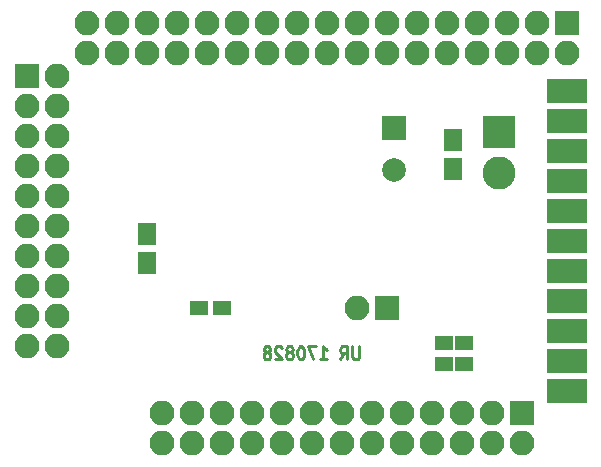
<source format=gbs>
G04 #@! TF.FileFunction,Soldermask,Bot*
%FSLAX46Y46*%
G04 Gerber Fmt 4.6, Leading zero omitted, Abs format (unit mm)*
G04 Created by KiCad (PCBNEW 4.0.6) date Mon Aug 28 16:48:00 2017*
%MOMM*%
%LPD*%
G01*
G04 APERTURE LIST*
%ADD10C,0.100000*%
%ADD11C,0.250000*%
%ADD12C,2.800000*%
%ADD13R,2.800000X2.800000*%
%ADD14R,3.400000X2.100000*%
%ADD15R,1.650000X1.900000*%
%ADD16R,1.600000X1.150000*%
%ADD17R,2.000000X2.000000*%
%ADD18C,2.000000*%
%ADD19R,2.100000X2.100000*%
%ADD20O,2.100000X2.100000*%
%ADD21R,0.900000X1.200000*%
%ADD22R,0.800000X1.200000*%
G04 APERTURE END LIST*
D10*
D11*
X160233810Y-123222619D02*
X160233810Y-124113095D01*
X160186191Y-124217857D01*
X160138572Y-124270238D01*
X160043334Y-124322619D01*
X159852857Y-124322619D01*
X159757619Y-124270238D01*
X159710000Y-124217857D01*
X159662381Y-124113095D01*
X159662381Y-123222619D01*
X158614762Y-124322619D02*
X158948096Y-123798810D01*
X159186191Y-124322619D02*
X159186191Y-123222619D01*
X158805238Y-123222619D01*
X158710000Y-123275000D01*
X158662381Y-123327381D01*
X158614762Y-123432143D01*
X158614762Y-123589286D01*
X158662381Y-123694048D01*
X158710000Y-123746429D01*
X158805238Y-123798810D01*
X159186191Y-123798810D01*
X156900476Y-124322619D02*
X157471905Y-124322619D01*
X157186191Y-124322619D02*
X157186191Y-123222619D01*
X157281429Y-123379762D01*
X157376667Y-123484524D01*
X157471905Y-123536905D01*
X156567143Y-123222619D02*
X155900476Y-123222619D01*
X156329048Y-124322619D01*
X155329048Y-123222619D02*
X155233809Y-123222619D01*
X155138571Y-123275000D01*
X155090952Y-123327381D01*
X155043333Y-123432143D01*
X154995714Y-123641667D01*
X154995714Y-123903571D01*
X155043333Y-124113095D01*
X155090952Y-124217857D01*
X155138571Y-124270238D01*
X155233809Y-124322619D01*
X155329048Y-124322619D01*
X155424286Y-124270238D01*
X155471905Y-124217857D01*
X155519524Y-124113095D01*
X155567143Y-123903571D01*
X155567143Y-123641667D01*
X155519524Y-123432143D01*
X155471905Y-123327381D01*
X155424286Y-123275000D01*
X155329048Y-123222619D01*
X154424286Y-123694048D02*
X154519524Y-123641667D01*
X154567143Y-123589286D01*
X154614762Y-123484524D01*
X154614762Y-123432143D01*
X154567143Y-123327381D01*
X154519524Y-123275000D01*
X154424286Y-123222619D01*
X154233809Y-123222619D01*
X154138571Y-123275000D01*
X154090952Y-123327381D01*
X154043333Y-123432143D01*
X154043333Y-123484524D01*
X154090952Y-123589286D01*
X154138571Y-123641667D01*
X154233809Y-123694048D01*
X154424286Y-123694048D01*
X154519524Y-123746429D01*
X154567143Y-123798810D01*
X154614762Y-123903571D01*
X154614762Y-124113095D01*
X154567143Y-124217857D01*
X154519524Y-124270238D01*
X154424286Y-124322619D01*
X154233809Y-124322619D01*
X154138571Y-124270238D01*
X154090952Y-124217857D01*
X154043333Y-124113095D01*
X154043333Y-123903571D01*
X154090952Y-123798810D01*
X154138571Y-123746429D01*
X154233809Y-123694048D01*
X153662381Y-123327381D02*
X153614762Y-123275000D01*
X153519524Y-123222619D01*
X153281428Y-123222619D01*
X153186190Y-123275000D01*
X153138571Y-123327381D01*
X153090952Y-123432143D01*
X153090952Y-123536905D01*
X153138571Y-123694048D01*
X153710000Y-124322619D01*
X153090952Y-124322619D01*
X152519524Y-123694048D02*
X152614762Y-123641667D01*
X152662381Y-123589286D01*
X152710000Y-123484524D01*
X152710000Y-123432143D01*
X152662381Y-123327381D01*
X152614762Y-123275000D01*
X152519524Y-123222619D01*
X152329047Y-123222619D01*
X152233809Y-123275000D01*
X152186190Y-123327381D01*
X152138571Y-123432143D01*
X152138571Y-123484524D01*
X152186190Y-123589286D01*
X152233809Y-123641667D01*
X152329047Y-123694048D01*
X152519524Y-123694048D01*
X152614762Y-123746429D01*
X152662381Y-123798810D01*
X152710000Y-123903571D01*
X152710000Y-124113095D01*
X152662381Y-124217857D01*
X152614762Y-124270238D01*
X152519524Y-124322619D01*
X152329047Y-124322619D01*
X152233809Y-124270238D01*
X152186190Y-124217857D01*
X152138571Y-124113095D01*
X152138571Y-123903571D01*
X152186190Y-123798810D01*
X152233809Y-123746429D01*
X152329047Y-123694048D01*
D12*
X172085000Y-108585000D03*
D13*
X172085000Y-105085000D03*
D14*
X177800000Y-101600000D03*
X177800000Y-104140000D03*
X177800000Y-106680000D03*
X177800000Y-109220000D03*
X177800000Y-111760000D03*
X177800000Y-114300000D03*
X177800000Y-116840000D03*
X177800000Y-119380000D03*
X177800000Y-121920000D03*
X177800000Y-124460000D03*
X177800000Y-127000000D03*
D15*
X142240000Y-116205000D03*
X142240000Y-113705000D03*
D16*
X148585000Y-120015000D03*
X146685000Y-120015000D03*
D17*
X163195000Y-104775000D03*
D18*
X163195000Y-108275000D03*
D19*
X132080000Y-100330000D03*
D20*
X134620000Y-100330000D03*
X132080000Y-102870000D03*
X134620000Y-102870000D03*
X132080000Y-105410000D03*
X134620000Y-105410000D03*
X132080000Y-107950000D03*
X134620000Y-107950000D03*
X132080000Y-110490000D03*
X134620000Y-110490000D03*
X132080000Y-113030000D03*
X134620000Y-113030000D03*
X132080000Y-115570000D03*
X134620000Y-115570000D03*
X132080000Y-118110000D03*
X134620000Y-118110000D03*
X132080000Y-120650000D03*
X134620000Y-120650000D03*
X132080000Y-123190000D03*
X134620000Y-123190000D03*
D19*
X177800000Y-95885000D03*
D20*
X177800000Y-98425000D03*
X175260000Y-95885000D03*
X175260000Y-98425000D03*
X172720000Y-95885000D03*
X172720000Y-98425000D03*
X170180000Y-95885000D03*
X170180000Y-98425000D03*
X167640000Y-95885000D03*
X167640000Y-98425000D03*
X165100000Y-95885000D03*
X165100000Y-98425000D03*
X162560000Y-95885000D03*
X162560000Y-98425000D03*
X160020000Y-95885000D03*
X160020000Y-98425000D03*
X157480000Y-95885000D03*
X157480000Y-98425000D03*
X154940000Y-95885000D03*
X154940000Y-98425000D03*
X152400000Y-95885000D03*
X152400000Y-98425000D03*
X149860000Y-95885000D03*
X149860000Y-98425000D03*
X147320000Y-95885000D03*
X147320000Y-98425000D03*
X144780000Y-95885000D03*
X144780000Y-98425000D03*
X142240000Y-95885000D03*
X142240000Y-98425000D03*
X139700000Y-95885000D03*
X139700000Y-98425000D03*
X137160000Y-95885000D03*
X137160000Y-98425000D03*
D19*
X162560000Y-120015000D03*
D20*
X160020000Y-120015000D03*
D19*
X173990000Y-128905000D03*
D20*
X173990000Y-131445000D03*
X171450000Y-128905000D03*
X171450000Y-131445000D03*
X168910000Y-128905000D03*
X168910000Y-131445000D03*
X166370000Y-128905000D03*
X166370000Y-131445000D03*
X163830000Y-128905000D03*
X163830000Y-131445000D03*
X161290000Y-128905000D03*
X161290000Y-131445000D03*
X158750000Y-128905000D03*
X158750000Y-131445000D03*
X156210000Y-128905000D03*
X156210000Y-131445000D03*
X153670000Y-128905000D03*
X153670000Y-131445000D03*
X151130000Y-128905000D03*
X151130000Y-131445000D03*
X148590000Y-128905000D03*
X148590000Y-131445000D03*
X146050000Y-128905000D03*
X146050000Y-131445000D03*
X143510000Y-128905000D03*
X143510000Y-131445000D03*
D21*
X169475000Y-124725000D03*
D22*
X167875000Y-124725000D03*
X168675000Y-124725000D03*
D21*
X167075000Y-124725000D03*
D22*
X168675000Y-122925000D03*
D21*
X169475000Y-122925000D03*
D22*
X167875000Y-122925000D03*
D21*
X167075000Y-122925000D03*
D15*
X168148000Y-105747500D03*
X168148000Y-108247500D03*
M02*

</source>
